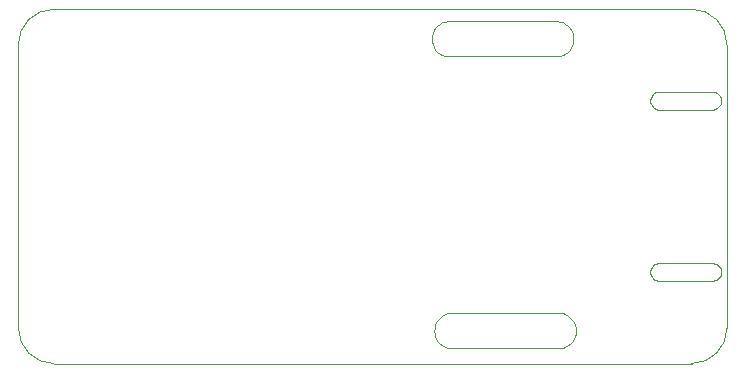
<source format=gbr>
%TF.GenerationSoftware,KiCad,Pcbnew,(6.0.0)*%
%TF.CreationDate,2022-03-26T23:52:22+13:00*%
%TF.ProjectId,Kea Nano PCB V1,4b656120-4e61-46e6-9f20-504342205631,rev?*%
%TF.SameCoordinates,Original*%
%TF.FileFunction,Profile,NP*%
%FSLAX46Y46*%
G04 Gerber Fmt 4.6, Leading zero omitted, Abs format (unit mm)*
G04 Created by KiCad (PCBNEW (6.0.0)) date 2022-03-26 23:52:22*
%MOMM*%
%LPD*%
G01*
G04 APERTURE LIST*
%TA.AperFunction,Profile*%
%ADD10C,0.100000*%
%TD*%
%TA.AperFunction,Profile*%
%ADD11C,0.050000*%
%TD*%
G04 APERTURE END LIST*
D10*
X207000000Y-130000000D02*
G75*
G03*
X210000000Y-127000000I-1J3000001D01*
G01*
D11*
X204247721Y-121500000D02*
X204163482Y-121502358D01*
X204163482Y-121502358D02*
X203999228Y-121539848D01*
X203999228Y-121539848D02*
X203847434Y-121612948D01*
X203847434Y-121612948D02*
X203715713Y-121717992D01*
X203715713Y-121717992D02*
X203610669Y-121849713D01*
X203610669Y-121849713D02*
X203537569Y-122001507D01*
X203537569Y-122001507D02*
X203500079Y-122165761D01*
X203500079Y-122165761D02*
X203500079Y-122334239D01*
X203500079Y-122334239D02*
X203537569Y-122498493D01*
X203537569Y-122498493D02*
X203610669Y-122650287D01*
X203610669Y-122650287D02*
X203715713Y-122782008D01*
X203715713Y-122782008D02*
X203847434Y-122887052D01*
X203847434Y-122887052D02*
X203999228Y-122960152D01*
X203999228Y-122960152D02*
X204163482Y-122997642D01*
X204163482Y-122997642D02*
X204247721Y-123000000D01*
X204247721Y-123000000D02*
X208747721Y-123000000D01*
X208747721Y-123000000D02*
X208831960Y-122997642D01*
X208831960Y-122997642D02*
X208996214Y-122960152D01*
X208996214Y-122960152D02*
X209148008Y-122887052D01*
X209148008Y-122887052D02*
X209279729Y-122782008D01*
X209279729Y-122782008D02*
X209384773Y-122650287D01*
X209384773Y-122650287D02*
X209457873Y-122498493D01*
X209457873Y-122498493D02*
X209495363Y-122334239D01*
X209495363Y-122334239D02*
X209495363Y-122165761D01*
X209495363Y-122165761D02*
X209457873Y-122001507D01*
X209457873Y-122001507D02*
X209384773Y-121849713D01*
X209384773Y-121849713D02*
X209279729Y-121717992D01*
X209279729Y-121717992D02*
X209148008Y-121612948D01*
X209148008Y-121612948D02*
X208996214Y-121539848D01*
X208996214Y-121539848D02*
X208831960Y-121502358D01*
X208831960Y-121502358D02*
X208747721Y-121500000D01*
X208747721Y-121500000D02*
X204247721Y-121500000D01*
D10*
X153000000Y-130000000D02*
X207000000Y-130000000D01*
D11*
X204247721Y-107000000D02*
X204163482Y-107002358D01*
X204163482Y-107002358D02*
X203999228Y-107039848D01*
X203999228Y-107039848D02*
X203847434Y-107112948D01*
X203847434Y-107112948D02*
X203715713Y-107217992D01*
X203715713Y-107217992D02*
X203610669Y-107349713D01*
X203610669Y-107349713D02*
X203537569Y-107501507D01*
X203537569Y-107501507D02*
X203500079Y-107665761D01*
X203500079Y-107665761D02*
X203500079Y-107834239D01*
X203500079Y-107834239D02*
X203537569Y-107998493D01*
X203537569Y-107998493D02*
X203610669Y-108150287D01*
X203610669Y-108150287D02*
X203715713Y-108282008D01*
X203715713Y-108282008D02*
X203847434Y-108387052D01*
X203847434Y-108387052D02*
X203999228Y-108460152D01*
X203999228Y-108460152D02*
X204163482Y-108497642D01*
X204163482Y-108497642D02*
X204247721Y-108500000D01*
X204247721Y-108500000D02*
X208747721Y-108500000D01*
X208747721Y-108500000D02*
X208831960Y-108497642D01*
X208831960Y-108497642D02*
X208996214Y-108460152D01*
X208996214Y-108460152D02*
X209148008Y-108387052D01*
X209148008Y-108387052D02*
X209279729Y-108282008D01*
X209279729Y-108282008D02*
X209384773Y-108150287D01*
X209384773Y-108150287D02*
X209457873Y-107998493D01*
X209457873Y-107998493D02*
X209495363Y-107834239D01*
X209495363Y-107834239D02*
X209495363Y-107665761D01*
X209495363Y-107665761D02*
X209457873Y-107501507D01*
X209457873Y-107501507D02*
X209384773Y-107349713D01*
X209384773Y-107349713D02*
X209279729Y-107217992D01*
X209279729Y-107217992D02*
X209148008Y-107112948D01*
X209148008Y-107112948D02*
X208996214Y-107039848D01*
X208996214Y-107039848D02*
X208831960Y-107002358D01*
X208831960Y-107002358D02*
X208747721Y-107000000D01*
X208747721Y-107000000D02*
X204247721Y-107000000D01*
D10*
X195718930Y-125714959D02*
X195843011Y-125717521D01*
X195843011Y-125717521D02*
X196087789Y-125758367D01*
X196087789Y-125758367D02*
X196322506Y-125838945D01*
X196322506Y-125838945D02*
X196540758Y-125957057D01*
X196540758Y-125957057D02*
X196736593Y-126109482D01*
X196736593Y-126109482D02*
X196904669Y-126292061D01*
X196904669Y-126292061D02*
X197040401Y-126499814D01*
X197040401Y-126499814D02*
X197140087Y-126727075D01*
X197140087Y-126727075D02*
X197201007Y-126967644D01*
X197201007Y-126967644D02*
X197221501Y-127214959D01*
X197221501Y-127214959D02*
X197201007Y-127462274D01*
X197201007Y-127462274D02*
X197140087Y-127702843D01*
X197140087Y-127702843D02*
X197040401Y-127930104D01*
X197040401Y-127930104D02*
X196904669Y-128137857D01*
X196904669Y-128137857D02*
X196736593Y-128320436D01*
X196736593Y-128320436D02*
X196540758Y-128472861D01*
X196540758Y-128472861D02*
X196322506Y-128590973D01*
X196322506Y-128590973D02*
X196087789Y-128671551D01*
X196087789Y-128671551D02*
X195843011Y-128712397D01*
X195843011Y-128712397D02*
X195718930Y-128714959D01*
X195718930Y-128714959D02*
X186718930Y-128714959D01*
X186718930Y-128714959D02*
X186594849Y-128712397D01*
X186594849Y-128712397D02*
X186350071Y-128671551D01*
X186350071Y-128671551D02*
X186115354Y-128590973D01*
X186115354Y-128590973D02*
X185897102Y-128472861D01*
X185897102Y-128472861D02*
X185701267Y-128320436D01*
X185701267Y-128320436D02*
X185533191Y-128137857D01*
X185533191Y-128137857D02*
X185397459Y-127930104D01*
X185397459Y-127930104D02*
X185297773Y-127702843D01*
X185297773Y-127702843D02*
X185236853Y-127462274D01*
X185236853Y-127462274D02*
X185216360Y-127214959D01*
X185216360Y-127214959D02*
X185236853Y-126967644D01*
X185236853Y-126967644D02*
X185297773Y-126727075D01*
X185297773Y-126727075D02*
X185397459Y-126499814D01*
X185397459Y-126499814D02*
X185533191Y-126292061D01*
X185533191Y-126292061D02*
X185701267Y-126109482D01*
X185701267Y-126109482D02*
X185897102Y-125957057D01*
X185897102Y-125957057D02*
X186115354Y-125838945D01*
X186115354Y-125838945D02*
X186350071Y-125758367D01*
X186350071Y-125758367D02*
X186594849Y-125717521D01*
X186594849Y-125717521D02*
X186718930Y-125714959D01*
X186718930Y-125714959D02*
X195718930Y-125714959D01*
X150000000Y-103000000D02*
X150000000Y-127000000D01*
X195500000Y-101000000D02*
X195624081Y-101002562D01*
X195624081Y-101002562D02*
X195868859Y-101043408D01*
X195868859Y-101043408D02*
X196103576Y-101123986D01*
X196103576Y-101123986D02*
X196321828Y-101242098D01*
X196321828Y-101242098D02*
X196517663Y-101394523D01*
X196517663Y-101394523D02*
X196685739Y-101577102D01*
X196685739Y-101577102D02*
X196821471Y-101784855D01*
X196821471Y-101784855D02*
X196921157Y-102012116D01*
X196921157Y-102012116D02*
X196982077Y-102252685D01*
X196982077Y-102252685D02*
X197002571Y-102500000D01*
X197002571Y-102500000D02*
X196982077Y-102747315D01*
X196982077Y-102747315D02*
X196921157Y-102987884D01*
X196921157Y-102987884D02*
X196821471Y-103215145D01*
X196821471Y-103215145D02*
X196685739Y-103422898D01*
X196685739Y-103422898D02*
X196517663Y-103605477D01*
X196517663Y-103605477D02*
X196321828Y-103757902D01*
X196321828Y-103757902D02*
X196103576Y-103876014D01*
X196103576Y-103876014D02*
X195868859Y-103956592D01*
X195868859Y-103956592D02*
X195624081Y-103997438D01*
X195624081Y-103997438D02*
X195500000Y-104000000D01*
X195500000Y-104000000D02*
X186500000Y-104000000D01*
X186500000Y-104000000D02*
X186375919Y-103997438D01*
X186375919Y-103997438D02*
X186131141Y-103956592D01*
X186131141Y-103956592D02*
X185896424Y-103876014D01*
X185896424Y-103876014D02*
X185678172Y-103757902D01*
X185678172Y-103757902D02*
X185482337Y-103605477D01*
X185482337Y-103605477D02*
X185314261Y-103422898D01*
X185314261Y-103422898D02*
X185178529Y-103215145D01*
X185178529Y-103215145D02*
X185078843Y-102987884D01*
X185078843Y-102987884D02*
X185017923Y-102747315D01*
X185017923Y-102747315D02*
X184997430Y-102500000D01*
X184997430Y-102500000D02*
X185017923Y-102252685D01*
X185017923Y-102252685D02*
X185078843Y-102012116D01*
X185078843Y-102012116D02*
X185178529Y-101784855D01*
X185178529Y-101784855D02*
X185314261Y-101577102D01*
X185314261Y-101577102D02*
X185482337Y-101394523D01*
X185482337Y-101394523D02*
X185678172Y-101242098D01*
X185678172Y-101242098D02*
X185896424Y-101123986D01*
X185896424Y-101123986D02*
X186131141Y-101043408D01*
X186131141Y-101043408D02*
X186375919Y-101002562D01*
X186375919Y-101002562D02*
X186500000Y-101000000D01*
X186500000Y-101000000D02*
X195500000Y-101000000D01*
X210000000Y-103000000D02*
G75*
G03*
X207000000Y-100000000I-3000001J-1D01*
G01*
X153000000Y-100000000D02*
X207000000Y-100000000D01*
X150000000Y-127000000D02*
G75*
G03*
X153000000Y-130000000I3000001J1D01*
G01*
X210000000Y-103000000D02*
X210000000Y-127000000D01*
X153000000Y-100000000D02*
G75*
G03*
X150000000Y-103000000I1J-3000001D01*
G01*
M02*

</source>
